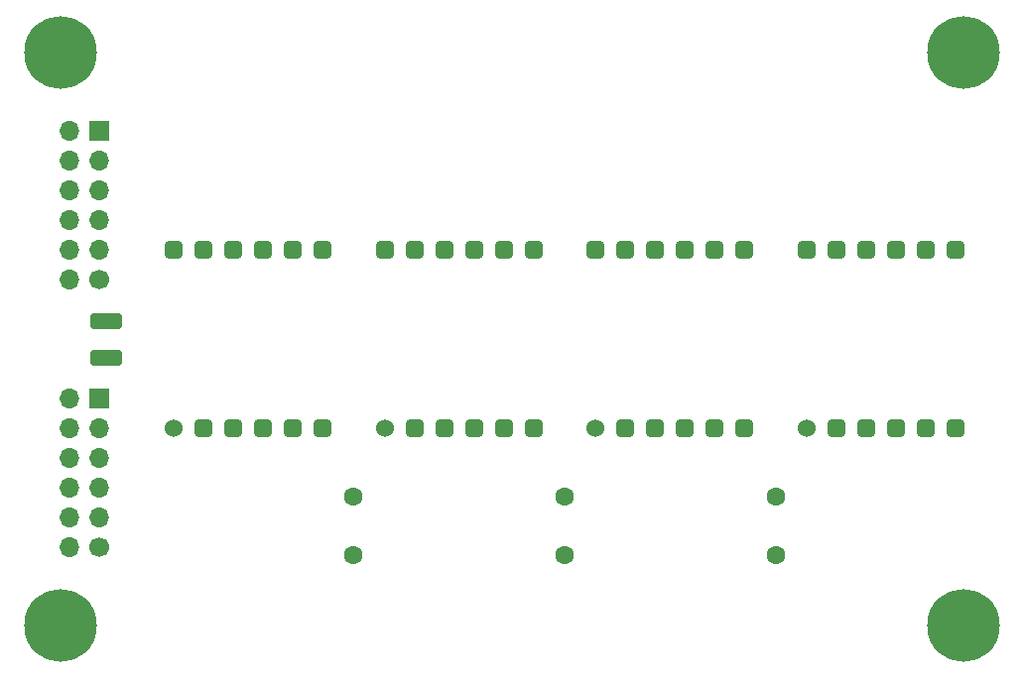
<source format=gts>
G04 #@! TF.GenerationSoftware,KiCad,Pcbnew,7.0.9*
G04 #@! TF.CreationDate,2024-09-19T22:53:54+02:00*
G04 #@! TF.ProjectId,hpdl_1414_pmod,6870646c-5f31-4343-9134-5f706d6f642e,rev?*
G04 #@! TF.SameCoordinates,Original*
G04 #@! TF.FileFunction,Soldermask,Top*
G04 #@! TF.FilePolarity,Negative*
%FSLAX46Y46*%
G04 Gerber Fmt 4.6, Leading zero omitted, Abs format (unit mm)*
G04 Created by KiCad (PCBNEW 7.0.9) date 2024-09-19 22:53:54*
%MOMM*%
%LPD*%
G01*
G04 APERTURE LIST*
G04 Aperture macros list*
%AMRoundRect*
0 Rectangle with rounded corners*
0 $1 Rounding radius*
0 $2 $3 $4 $5 $6 $7 $8 $9 X,Y pos of 4 corners*
0 Add a 4 corners polygon primitive as box body*
4,1,4,$2,$3,$4,$5,$6,$7,$8,$9,$2,$3,0*
0 Add four circle primitives for the rounded corners*
1,1,$1+$1,$2,$3*
1,1,$1+$1,$4,$5*
1,1,$1+$1,$6,$7*
1,1,$1+$1,$8,$9*
0 Add four rect primitives between the rounded corners*
20,1,$1+$1,$2,$3,$4,$5,0*
20,1,$1+$1,$4,$5,$6,$7,0*
20,1,$1+$1,$6,$7,$8,$9,0*
20,1,$1+$1,$8,$9,$2,$3,0*%
G04 Aperture macros list end*
%ADD10C,1.600000*%
%ADD11C,6.200000*%
%ADD12C,1.524000*%
%ADD13RoundRect,0.381000X-0.381000X-0.381000X0.381000X-0.381000X0.381000X0.381000X-0.381000X0.381000X0*%
%ADD14R,1.700000X1.700000*%
%ADD15O,1.700000X1.700000*%
%ADD16C,1.700000*%
%ADD17RoundRect,0.250000X1.100000X-0.412500X1.100000X0.412500X-1.100000X0.412500X-1.100000X-0.412500X0*%
G04 APERTURE END LIST*
D10*
X146500000Y-85500000D03*
X146500000Y-90500000D03*
D11*
X103500000Y-96500000D03*
D12*
X131150000Y-79620000D03*
D13*
X133690000Y-79620000D03*
X136230000Y-79620000D03*
X138770000Y-79620000D03*
X141310000Y-79620000D03*
X143850000Y-79620000D03*
X143850000Y-64380000D03*
X141310000Y-64380000D03*
X138770000Y-64380000D03*
X136230000Y-64380000D03*
X133690000Y-64380000D03*
X131150000Y-64380000D03*
D12*
X149150000Y-79620000D03*
D13*
X151690000Y-79620000D03*
X154230000Y-79620000D03*
X156770000Y-79620000D03*
X159310000Y-79620000D03*
X161850000Y-79620000D03*
X161850000Y-64380000D03*
X159310000Y-64380000D03*
X156770000Y-64380000D03*
X154230000Y-64380000D03*
X151690000Y-64380000D03*
X149150000Y-64380000D03*
D12*
X113150000Y-79620000D03*
D13*
X115690000Y-79620000D03*
X118230000Y-79620000D03*
X120770000Y-79620000D03*
X123310000Y-79620000D03*
X125850000Y-79620000D03*
X125850000Y-64380000D03*
X123310000Y-64380000D03*
X120770000Y-64380000D03*
X118230000Y-64380000D03*
X115690000Y-64380000D03*
X113150000Y-64380000D03*
D12*
X167150000Y-79620000D03*
D13*
X169690000Y-79620000D03*
X172230000Y-79620000D03*
X174770000Y-79620000D03*
X177310000Y-79620000D03*
X179850000Y-79620000D03*
X179850000Y-64380000D03*
X177310000Y-64380000D03*
X174770000Y-64380000D03*
X172230000Y-64380000D03*
X169690000Y-64380000D03*
X167150000Y-64380000D03*
D11*
X103500000Y-47540000D03*
X180500000Y-47540000D03*
D14*
X106800000Y-77080000D03*
D15*
X106800000Y-79620000D03*
X106800000Y-82160000D03*
X106800000Y-84700000D03*
X106800000Y-87240000D03*
D16*
X106800000Y-89780000D03*
D15*
X104260000Y-77080000D03*
X104260000Y-79620000D03*
X104260000Y-82160000D03*
X104260000Y-84700000D03*
X104260000Y-87240000D03*
X104260000Y-89780000D03*
D10*
X164500000Y-85500000D03*
X164500000Y-90500000D03*
D11*
X180500000Y-96500000D03*
D14*
X106800000Y-54220000D03*
D15*
X106800000Y-56760000D03*
X106800000Y-59300000D03*
X106800000Y-61840000D03*
X106800000Y-64380000D03*
D16*
X106800000Y-66920000D03*
D15*
X104260000Y-54220000D03*
X104260000Y-56760000D03*
X104260000Y-59300000D03*
X104260000Y-61840000D03*
X104260000Y-64380000D03*
X104260000Y-66920000D03*
D17*
X107400000Y-73662500D03*
X107400000Y-70537500D03*
D10*
X128500000Y-85500000D03*
X128500000Y-90500000D03*
M02*

</source>
